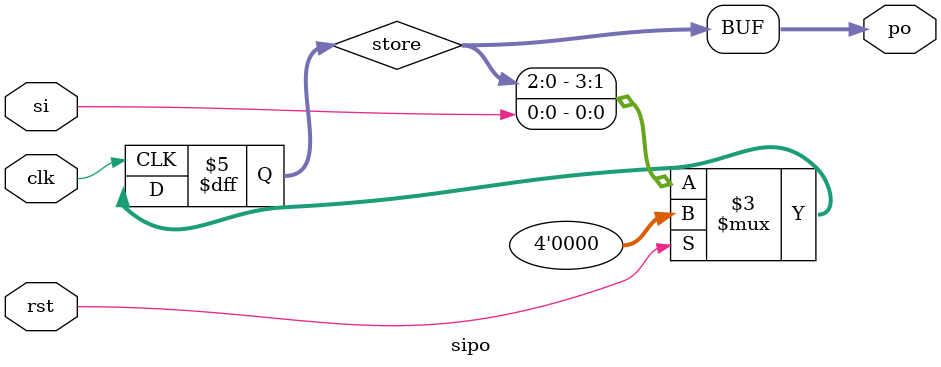
<source format=v>
module sipo(clk,rst,si,po);
	input clk,rst,si;
	output [3:0] po;
	
	reg [3:0] store;
	
	always @ (posedge clk)
	begin
		if(rst)
			store <= 4'b0000;
		else
			store <= {store[2:0],si};
	end
	assign po = store;
endmodule
</source>
